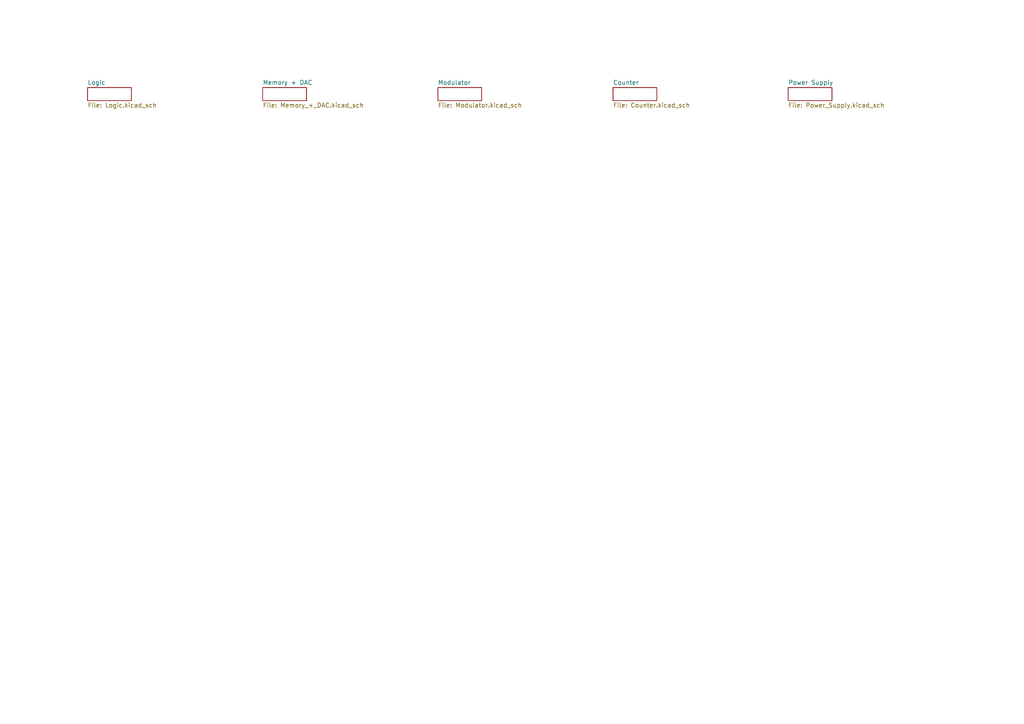
<source format=kicad_sch>
(kicad_sch
	(version 20231120)
	(generator "eeschema")
	(generator_version "8.0")
	(uuid "74c5594e-ff48-4e66-beae-9bf941e12d30")
	(paper "A4")
	(lib_symbols)
	(sheet
		(at 127 25.4)
		(size 12.7 3.81)
		(fields_autoplaced yes)
		(stroke
			(width 0)
			(type solid)
		)
		(fill
			(color 0 0 0 0.0000)
		)
		(uuid "1257c7a3-d676-4ac2-9754-f340a464882b")
		(property "Sheetname" "Modulator"
			(at 127 24.6884 0)
			(effects
				(font
					(size 1.27 1.27)
				)
				(justify left bottom)
			)
		)
		(property "Sheetfile" "Modulator.kicad_sch"
			(at 127 29.7946 0)
			(effects
				(font
					(size 1.27 1.27)
				)
				(justify left top)
			)
		)
		(instances
			(project "Modulator_V1p2"
				(path "/74c5594e-ff48-4e66-beae-9bf941e12d30"
					(page "3")
				)
			)
		)
	)
	(sheet
		(at 76.2 25.4)
		(size 12.7 3.81)
		(fields_autoplaced yes)
		(stroke
			(width 0)
			(type solid)
		)
		(fill
			(color 0 0 0 0.0000)
		)
		(uuid "81bd6b0b-4cc3-4c6a-8c29-e3f6edcf0b76")
		(property "Sheetname" "Memory + DAC"
			(at 76.2 24.6884 0)
			(effects
				(font
					(size 1.27 1.27)
				)
				(justify left bottom)
			)
		)
		(property "Sheetfile" "Memory_+_DAC.kicad_sch"
			(at 76.2 29.7946 0)
			(effects
				(font
					(size 1.27 1.27)
				)
				(justify left top)
			)
		)
		(instances
			(project "Modulator_V1p2"
				(path "/74c5594e-ff48-4e66-beae-9bf941e12d30"
					(page "2")
				)
			)
		)
	)
	(sheet
		(at 228.6 25.4)
		(size 12.7 3.81)
		(fields_autoplaced yes)
		(stroke
			(width 0)
			(type solid)
		)
		(fill
			(color 0 0 0 0.0000)
		)
		(uuid "a99b5967-729f-4626-9c70-b8c70c40c7f1")
		(property "Sheetname" "Power Supply"
			(at 228.6 24.6884 0)
			(effects
				(font
					(size 1.27 1.27)
				)
				(justify left bottom)
			)
		)
		(property "Sheetfile" "Power_Supply.kicad_sch"
			(at 228.6 29.7946 0)
			(effects
				(font
					(size 1.27 1.27)
				)
				(justify left top)
			)
		)
		(instances
			(project "Modulator_V1p2"
				(path "/74c5594e-ff48-4e66-beae-9bf941e12d30"
					(page "5")
				)
			)
		)
	)
	(sheet
		(at 25.4 25.4)
		(size 12.7 3.81)
		(fields_autoplaced yes)
		(stroke
			(width 0)
			(type solid)
		)
		(fill
			(color 0 0 0 0.0000)
		)
		(uuid "c29d513b-a065-40e3-b729-6d8317938058")
		(property "Sheetname" "Logic"
			(at 25.4 24.6884 0)
			(effects
				(font
					(size 1.27 1.27)
				)
				(justify left bottom)
			)
		)
		(property "Sheetfile" "Logic.kicad_sch"
			(at 25.4 29.7946 0)
			(effects
				(font
					(size 1.27 1.27)
				)
				(justify left top)
			)
		)
		(instances
			(project "Modulator_V1p2"
				(path "/74c5594e-ff48-4e66-beae-9bf941e12d30"
					(page "1")
				)
			)
		)
	)
	(sheet
		(at 177.8 25.4)
		(size 12.7 3.81)
		(fields_autoplaced yes)
		(stroke
			(width 0)
			(type solid)
		)
		(fill
			(color 0 0 0 0.0000)
		)
		(uuid "e6ca8a38-2aa5-44cb-9752-a9c14c0feabe")
		(property "Sheetname" "Counter"
			(at 177.8 24.6884 0)
			(effects
				(font
					(size 1.27 1.27)
				)
				(justify left bottom)
			)
		)
		(property "Sheetfile" "Counter.kicad_sch"
			(at 177.8 29.7946 0)
			(effects
				(font
					(size 1.27 1.27)
				)
				(justify left top)
			)
		)
		(instances
			(project "Modulator_V1p2"
				(path "/74c5594e-ff48-4e66-beae-9bf941e12d30"
					(page "4")
				)
			)
		)
	)
	(sheet_instances
		(path "/"
			(page "1")
		)
	)
)

</source>
